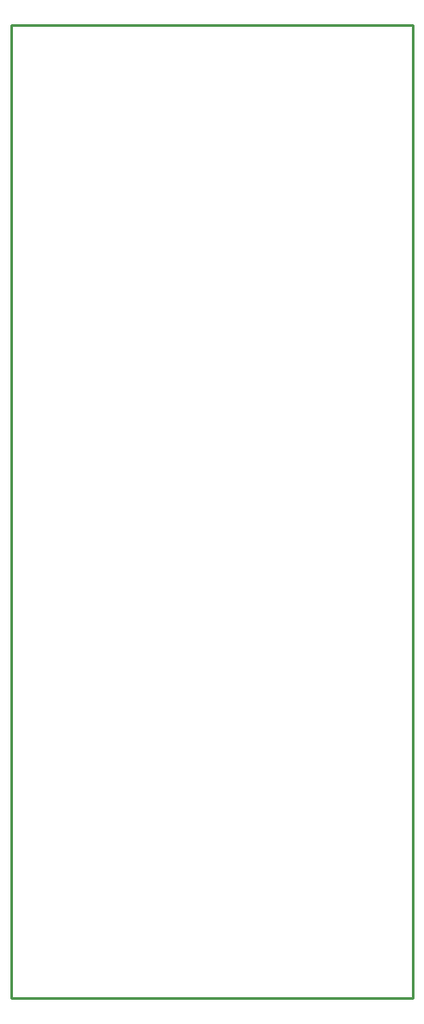
<source format=gm1>
G04 #@! TF.GenerationSoftware,KiCad,Pcbnew,(6.0.11)*
G04 #@! TF.CreationDate,2023-02-24T11:41:58+01:00*
G04 #@! TF.ProjectId,vogelhuisje_camera_board,766f6765-6c68-4756-9973-6a655f63616d,rev?*
G04 #@! TF.SameCoordinates,Original*
G04 #@! TF.FileFunction,Profile,NP*
%FSLAX46Y46*%
G04 Gerber Fmt 4.6, Leading zero omitted, Abs format (unit mm)*
G04 Created by KiCad (PCBNEW (6.0.11)) date 2023-02-24 11:41:58*
%MOMM*%
%LPD*%
G01*
G04 APERTURE LIST*
G04 #@! TA.AperFunction,Profile*
%ADD10C,0.254000*%
G04 #@! TD*
G04 APERTURE END LIST*
D10*
X90170000Y-55880000D02*
X129540000Y-55880000D01*
X129540000Y-55880000D02*
X129540000Y-151130000D01*
X129540000Y-151130000D02*
X90170000Y-151130000D01*
X90170000Y-151130000D02*
X90170000Y-55880000D01*
M02*

</source>
